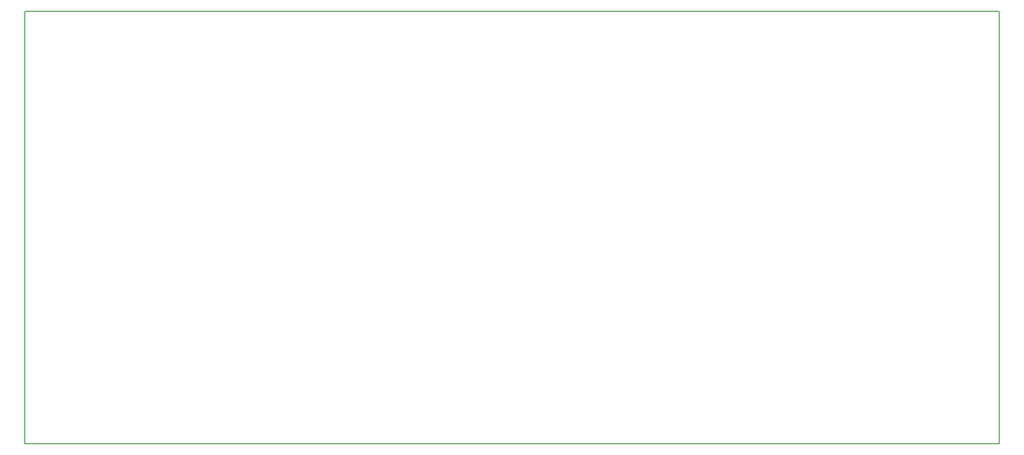
<source format=gbr>
G04 #@! TF.GenerationSoftware,KiCad,Pcbnew,(5.0.2)-1*
G04 #@! TF.CreationDate,2019-09-20T08:48:43-04:00*
G04 #@! TF.ProjectId,Z80_CPU,5a38305f-4350-4552-9e6b-696361645f70,rev?*
G04 #@! TF.SameCoordinates,Original*
G04 #@! TF.FileFunction,Profile,NP*
%FSLAX46Y46*%
G04 Gerber Fmt 4.6, Leading zero omitted, Abs format (unit mm)*
G04 Created by KiCad (PCBNEW (5.0.2)-1) date 9/20/2019 8:48:43 AM*
%MOMM*%
%LPD*%
G01*
G04 APERTURE LIST*
%ADD10C,0.200000*%
G04 APERTURE END LIST*
D10*
X0Y-81280000D02*
X0Y0D01*
X182880000Y-81280000D02*
X0Y-81280000D01*
X182880000Y0D02*
X182880000Y-81280000D01*
X0Y0D02*
X182880000Y0D01*
M02*

</source>
